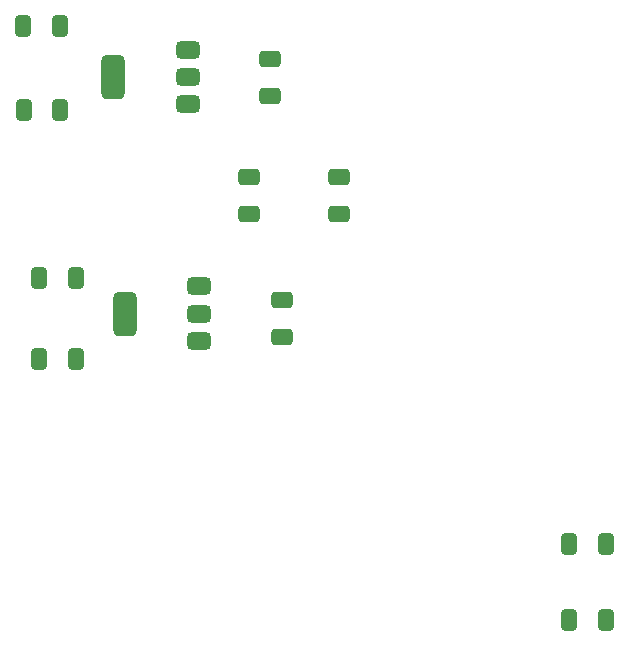
<source format=gbr>
%TF.GenerationSoftware,KiCad,Pcbnew,8.0.3*%
%TF.CreationDate,2024-11-03T20:36:31+01:00*%
%TF.ProjectId,weerstation-power,77656572-7374-4617-9469-6f6e2d706f77,rev?*%
%TF.SameCoordinates,Original*%
%TF.FileFunction,Paste,Bot*%
%TF.FilePolarity,Positive*%
%FSLAX46Y46*%
G04 Gerber Fmt 4.6, Leading zero omitted, Abs format (unit mm)*
G04 Created by KiCad (PCBNEW 8.0.3) date 2024-11-03 20:36:31*
%MOMM*%
%LPD*%
G01*
G04 APERTURE LIST*
G04 Aperture macros list*
%AMRoundRect*
0 Rectangle with rounded corners*
0 $1 Rounding radius*
0 $2 $3 $4 $5 $6 $7 $8 $9 X,Y pos of 4 corners*
0 Add a 4 corners polygon primitive as box body*
4,1,4,$2,$3,$4,$5,$6,$7,$8,$9,$2,$3,0*
0 Add four circle primitives for the rounded corners*
1,1,$1+$1,$2,$3*
1,1,$1+$1,$4,$5*
1,1,$1+$1,$6,$7*
1,1,$1+$1,$8,$9*
0 Add four rect primitives between the rounded corners*
20,1,$1+$1,$2,$3,$4,$5,0*
20,1,$1+$1,$4,$5,$6,$7,0*
20,1,$1+$1,$6,$7,$8,$9,0*
20,1,$1+$1,$8,$9,$2,$3,0*%
G04 Aperture macros list end*
%ADD10RoundRect,0.250000X0.650000X-0.412500X0.650000X0.412500X-0.650000X0.412500X-0.650000X-0.412500X0*%
%ADD11RoundRect,0.250000X0.412500X0.650000X-0.412500X0.650000X-0.412500X-0.650000X0.412500X-0.650000X0*%
%ADD12RoundRect,0.375000X0.625000X0.375000X-0.625000X0.375000X-0.625000X-0.375000X0.625000X-0.375000X0*%
%ADD13RoundRect,0.500000X0.500000X1.400000X-0.500000X1.400000X-0.500000X-1.400000X0.500000X-1.400000X0*%
G04 APERTURE END LIST*
D10*
%TO.C,C7*%
X60000000Y-57562500D03*
X60000000Y-54437500D03*
%TD*%
D11*
%TO.C,C2*%
X36316500Y-41682000D03*
X33191500Y-41682000D03*
%TD*%
%TO.C,C5*%
X37672500Y-62952000D03*
X34547500Y-62952000D03*
%TD*%
D12*
%TO.C,U1*%
X47150000Y-43700000D03*
X47150000Y-46000000D03*
D13*
X40850000Y-46000000D03*
D12*
X47150000Y-48300000D03*
%TD*%
D10*
%TO.C,C8*%
X52380000Y-57562500D03*
X52380000Y-54437500D03*
%TD*%
%TO.C,C4*%
X55160000Y-68022500D03*
X55160000Y-64897500D03*
%TD*%
D12*
%TO.C,U2*%
X48150000Y-63700000D03*
X48150000Y-66000000D03*
D13*
X41850000Y-66000000D03*
D12*
X48150000Y-68300000D03*
%TD*%
D11*
%TO.C,C6*%
X37672500Y-69810000D03*
X34547500Y-69810000D03*
%TD*%
%TO.C,C3*%
X36380000Y-48794000D03*
X33255000Y-48794000D03*
%TD*%
%TO.C,C10*%
X82550000Y-91948000D03*
X79425000Y-91948000D03*
%TD*%
D10*
%TO.C,C1*%
X54160000Y-47562500D03*
X54160000Y-44437500D03*
%TD*%
D11*
%TO.C,C9*%
X82550000Y-85550000D03*
X79425000Y-85550000D03*
%TD*%
M02*

</source>
